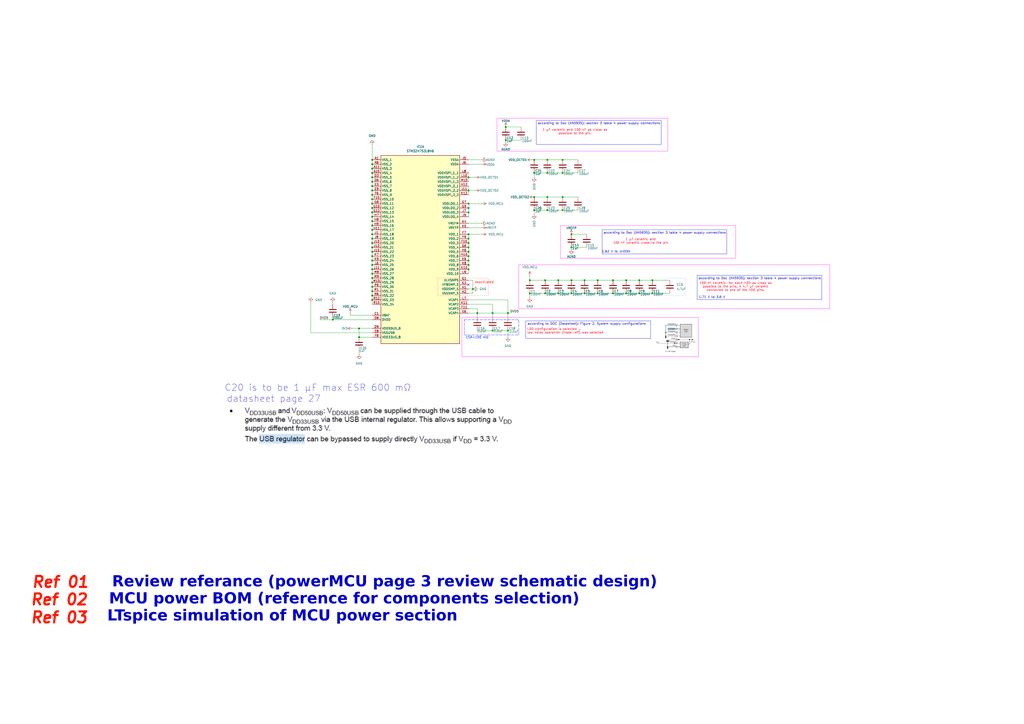
<source format=kicad_sch>
(kicad_sch (version 20231120) (generator "eeschema") (generator_version "8.0")
  (paper "A2")
  (lib_symbols
    (symbol "Device:C" (pin_numbers hide) (pin_names (offset 0.254))
      (property "Reference" "C" (at 0.635 2.54 0))
      (property "Value" "C" (at 0.635 -2.54 0))
      (symbol "C_0_1"
        (polyline (pts (xy -2.032 -0.762) (xy 2.032 -0.762)) (stroke (width 0.508)))
        (polyline (pts (xy -2.032 0.762) (xy 2.032 0.762)) (stroke (width 0.508)))
      )
      (symbol "C_1_1"
        (pin passive line (at 0 3.81 270) (length 2.794) (name "~") (number "1"))
        (pin passive line (at 0 -3.81 90) (length 2.794) (name "~") (number "2"))
      )
    )
    (symbol "MCUdivisions:STM32H7S3L8H6"
      (property "Reference" "IC" (at 17.272 7.874 0))
      (property "Value" "STM32H7S3L8H6" (at 17.272 5.334 0))
      (symbol "STM32H7S3L8H6_1_1"
        (rectangle (start 5.08 2.54) (end 50.8 -106.68) (stroke (width 0.254)) (fill (type background)))
        (pin passive line (at 0 0 0) (length 5.08) (name "VSS_1") (number "A1"))
        (pin passive line (at 0 -5.08 0) (length 5.08) (name "VSS_3") (number "A11"))
        (pin passive line (at 0 -7.62 0) (length 5.08) (name "VSS_4") (number "A15"))
        (pin passive line (at 0 -2.54 0) (length 5.08) (name "VSS_2") (number "A8"))
        (pin passive line (at 0 -90.17 0) (length 5.08) (name "VBAT") (number "C1"))
        (pin passive line (at 0 -10.16 0) (length 5.08) (name "VSS_5") (number "D3"))
        (pin passive line (at 0 -12.7 0) (length 5.08) (name "VSS_6") (number "D6"))
        (pin passive line (at 0 -92.71 0) (length 5.08) (name "DVDD") (number "D8"))
        (pin passive line (at 0 -97.79 0) (length 5.08) (name "VDD50US_B") (number "D9"))
        (pin passive line (at 0 -15.24 0) (length 5.08) (name "VSS_7") (number "E3"))
        (pin passive line (at 55.88 -88.9 180) (length 5.08) (name "VCAP4") (number "E6"))
        (pin passive line (at 0 -100.33 0) (length 5.08) (name "VSSUSB") (number "E8"))
        (pin passive line (at 0 -17.78 0) (length 5.08) (name "VSS_8") (number "E9"))
        (pin passive line (at 55.88 -48.26 180) (length 5.08) (name "VDD_3") (number "F10"))
        (pin passive line (at 55.88 -86.36 180) (length 5.08) (name "VCAP3") (number "F11"))
        (pin passive line (at 0 -22.86 0) (length 5.08) (name "VSS_10") (number "F15"))
        (pin passive line (at 0 -20.32 0) (length 5.08) (name "VSS_9") (number "F6"))
        (pin passive line (at 55.88 -43.18 180) (length 5.08) (name "VDD_1") (number "F7"))
        (pin passive line (at 0 -102.87 0) (length 5.08) (name "VDD33US_B") (number "F8"))
        (pin passive line (at 55.88 -45.72 180) (length 5.08) (name "VDD_2") (number "F9"))
        (pin passive line (at 55.88 -69.85 180) (length 5.08) (name "VLXSMPS") (number "G1"))
        (pin passive line (at 0 -27.94 0) (length 5.08) (name "VSS_12") (number "G10"))
        (pin passive line (at 0 -30.48 0) (length 5.08) (name "VSS_13") (number "G12"))
        (pin passive line (at 55.88 -72.39 180) (length 5.08) (name "VFBSMP_S") (number "G2"))
        (pin passive line (at 55.88 -50.8 180) (length 5.08) (name "VDD_4") (number "G6"))
        (pin passive line (at 55.88 -25.4 180) (length 5.08) (name "VDDLDO_1") (number "G7"))
        (pin passive line (at 0 -25.4 0) (length 5.08) (name "VSS_11") (number "G8"))
        (pin passive line (at 55.88 -27.94 180) (length 5.08) (name "VDDLDO_2") (number "G9"))
        (pin passive line (at 55.88 -74.93 180) (length 5.08) (name "VDDSMP_S") (number "H1"))
        (pin passive line (at 55.88 -55.88 180) (length 5.08) (name "VDD_6") (number "H10"))
        (pin passive line (at 0 -40.64 0) (length 5.08) (name "VSS_17") (number "H11"))
        (pin passive line (at 55.88 -15.24 180) (length 5.08) (name "VDDXSPI_2_1") (number "H12"))
        (pin passive line (at 55.88 -77.47 180) (length 5.08) (name "VSSSMP_S") (number "H2"))
        (pin passive line (at 55.88 -53.34 180) (length 5.08) (name "VDD_5") (number "H6"))
        (pin passive line (at 0 -33.02 0) (length 5.08) (name "VSS_14") (number "H7"))
        (pin passive line (at 0 -35.56 0) (length 5.08) (name "VSS_15") (number "H8"))
        (pin passive line (at 0 -38.1 0) (length 5.08) (name "VSS_16") (number "H9"))
        (pin passive line (at 0 -43.18 0) (length 5.08) (name "VSS_18") (number "J1"))
        (pin passive line (at 0 -48.26 0) (length 5.08) (name "VSS_20") (number "J10"))
        (pin passive line (at 55.88 -17.78 180) (length 5.08) (name "VDDXSPI_2_2") (number "J11"))
        (pin passive line (at 0 -50.8 0) (length 5.08) (name "VSS_21") (number "J12"))
        (pin passive line (at 0 -53.34 0) (length 5.08) (name "VSS_22") (number "J15"))
        (pin passive line (at 55.88 0 180) (length 5.08) (name "VSSA") (number "J5"))
        (pin passive line (at 55.88 -2.54 180) (length 5.08) (name "VDDA") (number "J6"))
        (pin passive line (at 55.88 -30.48 180) (length 5.08) (name "VDDLDO_3") (number "J7"))
        (pin passive line (at 0 -45.72 0) (length 5.08) (name "VSS_19") (number "J8"))
        (pin passive line (at 55.88 -33.02 180) (length 5.08) (name "VDDLDO_4") (number "J9"))
        (pin passive line (at 55.88 -63.5 180) (length 5.08) (name "VDD_9") (number "K10"))
        (pin passive line (at 55.88 -83.82 180) (length 5.08) (name "VCAP2") (number "K11"))
        (pin passive line (at 55.88 -20.32 180) (length 5.08) (name "VDDXSPI_2_3") (number "K12"))
        (pin passive line (at 55.88 -36.83 180) (length 5.08) (name "VREFM") (number "K4"))
        (pin passive line (at 55.88 -39.37 180) (length 5.08) (name "VREFP") (number "K5"))
        (pin passive line (at 55.88 -58.42 180) (length 5.08) (name "VDD_7") (number "K6"))
        (pin passive line (at 0 -55.88 0) (length 5.08) (name "VSS_23") (number "K7"))
        (pin passive line (at 55.88 -60.96 180) (length 5.08) (name "VDD_8") (number "K8"))
        (pin passive line (at 0 -58.42 0) (length 5.08) (name "VSS_24") (number "K9"))
        (pin passive line (at 55.88 -10.16 180) (length 5.08) (name "VDDXSPI_1_2") (number "L10"))
        (pin passive line (at 0 -63.5 0) (length 5.08) (name "VSS_26") (number "L11"))
        (pin passive line (at 0 -60.96 0) (length 5.08) (name "VSS_25") (number "L6"))
        (pin passive line (at 55.88 -81.28 180) (length 5.08) (name "VCAP1") (number "L7"))
        (pin passive line (at 55.88 -7.62 180) (length 5.08) (name "VDDXSPI_1_1") (number "L8"))
        (pin passive line (at 55.88 -66.04 180) (length 5.08) (name "VDD_10") (number "L9"))
        (pin passive line (at 55.88 -12.7 180) (length 5.08) (name "VDDXSPI_1_3") (number "M10"))
        (pin passive line (at 0 -71.12 0) (length 5.08) (name "VSS_29") (number "M15"))
        (pin passive line (at 0 -66.04 0) (length 5.08) (name "VSS_27") (number "M8"))
        (pin passive line (at 0 -68.58 0) (length 5.08) (name "VSS_28") (number "M9"))
        (pin passive line (at 0 -73.66 0) (length 5.08) (name "VSS_30") (number "P9"))
        (pin passive line (at 0 -76.2 0) (length 5.08) (name "VSS_31") (number "R1"))
        (pin passive line (at 0 -81.28 0) (length 5.08) (name "VSS_33") (number "R12"))
        (pin passive line (at 0 -83.82 0) (length 5.08) (name "VSS_34") (number "R15"))
        (pin passive line (at 0 -78.74 0) (length 5.08) (name "VSS_32") (number "R6"))
      )
      (symbol "STM32H7S3L8H6_2_1"
        (rectangle (start 5.08 115.57) (end 50.8 -12.7) (stroke (width 0.254)) (fill (type background)))
        (pin passive line (at 55.88 106.68 180) (length 5.08) (name "PD3") (number "A12"))
        (pin passive line (at 55.88 35.56 180) (length 5.08) (name "PE14") (number "A13"))
        (pin passive line (at 55.88 109.22 180) (length 5.08) (name "PD2") (number "A14"))
        (pin passive line (at 55.88 71.12 180) (length 5.08) (name "PE0") (number "A2"))
        (pin passive line (at 55.88 20.32 180) (length 5.08) (name "PF3") (number "A3"))
        (pin passive line (at 55.88 22.86 180) (length 5.08) (name "PF2") (number "A4"))
        (pin passive line (at 0 50.8 0) (length 5.08) (name "PB8") (number "B1"))
        (pin passive line (at 55.88 38.1 180) (length 5.08) (name "PE13") (number "B12"))
        (pin passive line (at 55.88 111.76 180) (length 5.08) (name "PD1") (number "B13"))
        (pin passive line (at 0 2.54 0) (length 5.08) (name "PC10") (number "B14"))
        (pin passive line (at 0 0 0) (length 5.08) (name "PC11") (number "B15"))
        (pin passive line (at 55.88 66.04 180) (length 5.08) (name "PE2") (number "B2"))
        (pin passive line (at 0 58.42 0) (length 5.08) (name "PB5") (number "B3"))
        (pin passive line (at 55.88 17.78 180) (length 5.08) (name "PF4") (number "B4"))
        (pin passive line (at 55.88 27.94 180) (length 5.08) (name "PF0") (number "B5"))
        (pin passive line (at 55.88 96.52 180) (length 5.08) (name "PD7") (number "B6"))
        (pin passive line (at 55.88 104.14 180) (length 5.08) (name "PD4") (number "C11"))
        (pin passive line (at 55.88 43.18 180) (length 5.08) (name "PE11") (number "C12"))
        (pin passive line (at 55.88 114.3 180) (length 5.08) (name "PD0") (number "C13"))
        (pin passive line (at 0 83.82 0) (length 5.08) (name "PA12") (number "C14"))
        (pin passive line (at 0 86.36 0) (length 5.08) (name "PA11") (number "C15"))
        (pin passive line (at 0 48.26 0) (length 5.08) (name "PB9") (number "C2"))
        (pin passive line (at 55.88 68.58 180) (length 5.08) (name "PE1") (number "C3"))
        (pin passive line (at 0 63.5 0) (length 5.08) (name "PB3") (number "C4"))
        (pin passive line (at 55.88 25.4 180) (length 5.08) (name "PF1") (number "C5"))
        (pin passive line (at 0 -10.16 0) (length 5.08) (name "PC15-_OSC32_O_UT") (number "D1"))
        (pin passive line (at 55.88 33.02 180) (length 5.08) (name "PE15") (number "D11"))
        (pin passive line (at 0 -2.54 0) (length 5.08) (name "PC12") (number "D12"))
        (pin passive line (at 0 78.74 0) (length 5.08) (name "PA14") (number "D13"))
        (pin passive line (at 0 91.44 0) (length 5.08) (name "PA9") (number "D14"))
        (pin passive line (at 0 7.62 0) (length 5.08) (name "PC8") (number "D15"))
        (pin passive line (at 0 -7.62 0) (length 5.08) (name "PC14-_OSC32_I_N") (number "D2"))
        (pin passive line (at 0 53.34 0) (length 5.08) (name "PB7") (number "D4"))
        (pin passive line (at 0 60.96 0) (length 5.08) (name "PB4") (number "D5"))
        (pin passive line (at 55.88 101.6 180) (length 5.08) (name "PD5") (number "D7"))
        (pin passive line (at 55.88 55.88 180) (length 5.08) (name "PE6") (number "E1"))
        (pin passive line (at 55.88 40.64 180) (length 5.08) (name "PE12") (number "E11"))
        (pin passive line (at 0 81.28 0) (length 5.08) (name "PA13") (number "E12"))
        (pin passive line (at 0 88.9 0) (length 5.08) (name "PA10") (number "E13"))
        (pin passive line (at 0 5.08 0) (length 5.08) (name "PC9") (number "E14"))
        (pin passive line (at 0 12.7 0) (length 5.08) (name "PC6") (number "E15"))
        (pin passive line (at 55.88 60.96 180) (length 5.08) (name "PE4") (number "E2"))
        (pin passive line (at 0 -5.08 0) (length 5.08) (name "PC13") (number "E4"))
        (pin passive line (at 0 55.88 0) (length 5.08) (name "PB6") (number "E5"))
        (pin passive line (at 55.88 99.06 180) (length 5.08) (name "PD6") (number "E7"))
        (pin passive line (at 0 93.98 0) (length 5.08) (name "PA8") (number "F12"))
        (pin passive line (at 0 10.16 0) (length 5.08) (name "PC7") (number "F13"))
        (pin passive line (at 55.88 58.42 180) (length 5.08) (name "PE5") (number "F4"))
        (pin passive line (at 55.88 63.5 180) (length 5.08) (name "PE3") (number "F5"))
        (pin passive line (at 0 76.2 0) (length 5.08) (name "PA15") (number "G11"))
        (pin passive line (at 55.88 15.24 180) (length 5.08) (name "PF5") (number "G3"))
        (pin passive line (at 55.88 7.62 180) (length 5.08) (name "PF8") (number "H3"))
        (pin passive line (at 55.88 10.16 180) (length 5.08) (name "PF7") (number "H4"))
        (pin passive line (at 55.88 12.7 180) (length 5.08) (name "PF6") (number "H5"))
        (pin passive line (at 55.88 5.08 180) (length 5.08) (name "PF9") (number "J2"))
        (pin passive line (at 57.15 2.54 180) (length 5.08) (name "PF10") (number "J3"))
        (pin passive line (at 0 27.94 0) (length 5.08) (name "PC0") (number "K3"))
        (pin passive line (at 0 25.4 0) (length 5.08) (name "PC1") (number "L1"))
        (pin passive line (at 0 40.64 0) (length 5.08) (name "PB12") (number "L12"))
        (pin passive line (at 55.88 76.2 180) (length 5.08) (name "PD15") (number "L13"))
        (pin passive line (at 55.88 78.74 180) (length 5.08) (name "PD14") (number "L14"))
        (pin passive line (at 0 22.86 0) (length 5.08) (name "PC2") (number "L2"))
        (pin passive line (at 0 20.32 0) (length 5.08) (name "PC3") (number "L3"))
        (pin passive line (at 0 109.22 0) (length 5.08) (name "PA2") (number "L4"))
        (pin passive line (at 0 17.78 0) (length 5.08) (name "PC4") (number "L5"))
        (pin passive line (at 0 114.3 0) (length 5.08) (name "PA0") (number "M1"))
        (pin passive line (at 55.88 93.98 180) (length 5.08) (name "PD8") (number "M11"))
        (pin passive line (at 55.88 86.36 180) (length 5.08) (name "PD11") (number "M12"))
        (pin passive line (at 0 35.56 0) (length 5.08) (name "PB14") (number "M13"))
        (pin passive line (at 0 33.02 0) (length 5.08) (name "PB15") (number "M14"))
        (pin passive line (at 0 111.76 0) (length 5.08) (name "PA1") (number "M2"))
        (pin passive line (at 0 104.14 0) (length 5.08) (name "PA4") (number "M3"))
        (pin passive line (at 0 96.52 0) (length 5.08) (name "PA7") (number "M4"))
        (pin passive line (at 57.15 0 180) (length 5.08) (name "PF11") (number "M5"))
        (pin passive line (at 55.88 53.34 180) (length 5.08) (name "PE7") (number "M6"))
        (pin passive line (at 0 106.68 0) (length 5.08) (name "PA3") (number "N1"))
        (pin passive line (at 55.88 83.82 180) (length 5.08) (name "PD12") (number "N13"))
        (pin passive line (at 0 43.18 0) (length 5.08) (name "PB11") (number "N14"))
        (pin passive line (at 0 38.1 0) (length 5.08) (name "PB13") (number "N15"))
        (pin passive line (at 0 101.6 0) (length 5.08) (name "PA5") (number "N2"))
        (pin passive line (at 0 15.24 0) (length 5.08) (name "PC5") (number "N3"))
        (pin passive line (at 0 66.04 0) (length 5.08) (name "PB2") (number "N4"))
        (pin passive line (at 57.15 -10.16 180) (length 5.08) (name "PF15") (number "N5"))
        (pin passive line (at 0 99.06 0) (length 5.08) (name "PA6") (number "P1"))
        (pin passive line (at 55.88 91.44 180) (length 5.08) (name "PD9") (number "P13"))
        (pin passive line (at 55.88 81.28 180) (length 5.08) (name "PD13") (number "P14"))
        (pin passive line (at 0 45.72 0) (length 5.08) (name "PB10") (number "P15"))
        (pin passive line (at 0 71.12 0) (length 5.08) (name "PB0") (number "P2"))
        (pin passive line (at 57.15 -5.08 180) (length 5.08) (name "PF13") (number "P3"))
        (pin passive line (at 57.15 -7.62 180) (length 5.08) (name "PF14") (number "P4"))
        (pin passive line (at 55.88 48.26 180) (length 5.08) (name "PE9") (number "P5"))
        (pin passive line (at 55.88 88.9 180) (length 5.08) (name "PD10") (number "R14"))
        (pin passive line (at 0 68.58 0) (length 5.08) (name "PB1") (number "R2"))
        (pin passive line (at 57.15 -2.54 180) (length 5.08) (name "PF12") (number "R3"))
        (pin passive line (at 55.88 50.8 180) (length 5.08) (name "PE8") (number "R4"))
        (pin passive line (at 55.88 45.72 180) (length 5.08) (name "PE10") (number "R5"))
      )
      (symbol "STM32H7S3L8H6_3_1"
        (rectangle (start 5.08 2.54) (end 50.8 -83.82) (stroke (width 0.254)) (fill (type background)))
        (pin passive line (at 0 -60.96 0) (length 5.08) (name "PM3") (number "A10"))
        (pin passive line (at 0 -10.16 0) (length 5.08) (name "PG3") (number "A5"))
        (pin passive line (at 0 1.27 0) (length 5.08) (name "BOOT0") (number "A6"))
        (pin passive line (at 0 -76.2 0) (length 5.08) (name "PM12") (number "A7"))
        (pin passive line (at 0 -66.04 0) (length 5.08) (name "PM6") (number "A9"))
        (pin passive line (at 0 -58.42 0) (length 5.08) (name "PM2") (number "B10"))
        (pin passive line (at 0 -2.54 0) (length 5.08) (name "PG0") (number "B11"))
        (pin passive line (at 0 -73.66 0) (length 5.08) (name "PM11") (number "B7"))
        (pin passive line (at 0 -71.12 0) (length 5.08) (name "PM9") (number "B8"))
        (pin passive line (at 0 -63.5 0) (length 5.08) (name "PM5") (number "B9"))
        (pin passive line (at 0 -55.88 0) (length 5.08) (name "PM1") (number "C10"))
        (pin passive line (at 0 -7.62 0) (length 5.08) (name "PG2") (number "C6"))
        (pin passive line (at 0 -78.74 0) (length 5.08) (name "PM13") (number "C7"))
        (pin passive line (at 0 -81.28 0) (length 5.08) (name "PM14") (number "C8"))
        (pin passive line (at 0 -68.58 0) (length 5.08) (name "PM8") (number "C9"))
        (pin passive line (at 0 -53.34 0) (length 5.08) (name "PM0") (number "D10"))
        (pin passive line (at 0 -5.08 0) (length 5.08) (name "PG1") (number "E10"))
        (pin passive line (at 0 -38.1 0) (length 5.08) (name "PG14") (number "F1"))
        (pin passive line (at 55.88 -5.08 180) (length 5.08) (name "PN1") (number "F14"))
        (pin passive line (at 0 -33.02 0) (length 5.08) (name "PG12") (number "F2"))
        (pin passive line (at 0 -30.48 0) (length 5.08) (name "PG11") (number "F3"))
        (pin passive line (at 55.88 -10.16 180) (length 5.08) (name "PN3") (number "G13"))
        (pin passive line (at 55.88 -2.54 180) (length 5.08) (name "PN0") (number "G14"))
        (pin passive line (at 55.88 -30.48 180) (length 5.08) (name "PN11") (number "G15"))
        (pin passive line (at 0 -40.64 0) (length 5.08) (name "PG15") (number "G4"))
        (pin passive line (at 0 -35.56 0) (length 5.08) (name "PG13") (number "G5"))
        (pin passive line (at 55.88 -27.94 180) (length 5.08) (name "PN10") (number "H13"))
        (pin passive line (at 55.88 -25.4 180) (length 5.08) (name "PN9") (number "H14"))
        (pin passive line (at 55.88 -7.62 180) (length 5.08) (name "PN2") (number "H15"))
        (pin passive line (at 55.88 -20.32 180) (length 5.08) (name "PN7") (number "J13"))
        (pin passive line (at 55.88 -17.78 180) (length 5.08) (name "PN6") (number "J14"))
        (pin passive line (at 55.88 1.27 180) (length 5.08) (name "NRST") (number "J4"))
        (pin passive line (at 0 -45.72 0) (length 5.08) (name "PH0-_OSC_IN") (number "K1"))
        (pin passive line (at 55.88 -22.86 180) (length 5.08) (name "PN8") (number "K13"))
        (pin passive line (at 55.88 -12.7 180) (length 5.08) (name "PN4") (number "K14"))
        (pin passive line (at 55.88 -15.24 180) (length 5.08) (name "PN5") (number "K15"))
        (pin passive line (at 0 -48.26 0) (length 5.08) (name "PH1-_OSC_OU_T") (number "K2"))
        (pin passive line (at 55.88 -33.02 180) (length 5.08) (name "PN12") (number "L15"))
        (pin passive line (at 0 -17.78 0) (length 5.08) (name "PG6") (number "M7"))
        (pin passive line (at 55.88 -53.34 180) (length 5.08) (name "PP0") (number "N10"))
        (pin passive line (at 55.88 -71.12 180) (length 5.08) (name "PP7") (number "N11"))
        (pin passive line (at 55.88 -38.1 180) (length 5.08) (name "PO0") (number "N12"))
        (pin passive line (at 0 -12.7 0) (length 5.08) (name "PG4") (number "N6"))
        (pin passive line (at 0 -20.32 0) (length 5.08) (name "PG7") (number "N7"))
        (pin passive line (at 55.88 -58.42 180) (length 5.08) (name "PP2") (number "N8"))
        (pin passive line (at 55.88 -60.96 180) (length 5.08) (name "PP3") (number "N9"))
        (pin passive line (at 55.88 -66.04 180) (length 5.08) (name "PP5") (number "P10"))
        (pin passive line (at 55.88 -43.18 180) (length 5.08) (name "PO2") (number "P11"))
        (pin passive line (at 55.88 -55.88 180) (length 5.08) (name "PP1") (number "P12"))
        (pin passive line (at 0 -15.24 0) (length 5.08) (name "PG5") (number "P6"))
        (pin passive line (at 0 -22.86 0) (length 5.08) (name "PG8") (number "P7"))
        (pin passive line (at 55.88 -40.64 180) (length 5.08) (name "PO1") (number "P8"))
        (pin passive line (at 55.88 -45.72 180) (length 5.08) (name "PO4") (number "R10"))
        (pin passive line (at 55.88 -68.58 180) (length 5.08) (name "PP6") (number "R11"))
        (pin passive line (at 0 -27.94 0) (length 5.08) (name "PG10") (number "R13"))
        (pin passive line (at 0 -25.4 0) (length 5.08) (name "PG9") (number "R7"))
        (pin passive line (at 55.88 -63.5 180) (length 5.08) (name "PP4") (number "R8"))
        (pin passive line (at 55.88 -48.26 180) (length 5.08) (name "PO5") (number "R9"))
      )
    )
    (symbol "power:GND" (power) (pin_numbers hide) (pin_names (offset 0) hide)
      (property "Value" "GND" (at 0 -3.81 0))
      (symbol "GND_0_1"
        (polyline (pts (xy 0 0) (xy 0 -1.27) (xy 1.27 -1.27) (xy 0 -2.54) (xy -1.27 -1.27) (xy 0 -1.27)))
      )
      (symbol "GND_1_1"
        (pin power_in line (at 0 0 270) (length 0) (name "~") (number "1"))
      )
    )
    (symbol "power:VDD" (power) (pin_numbers hide) (pin_names (offset 0) hide)
      (property "Value" "VDD" (at 0 3.556 0))
      (symbol "VDD_0_1"
        (polyline (pts (xy -0.762 1.27) (xy 0 2.54)))
        (polyline (pts (xy 0 0) (xy 0 2.54)))
        (polyline (pts (xy 0 2.54) (xy 0.762 1.27)))
      )
      (symbol "VDD_1_1"
        (pin power_in line (at 0 0 90) (length 0) (name "~") (number "1"))
      )
    )
  )
  (junction (at 339.09 170.18))
  (junction (at 271.78 146.05))
  (junction (at 215.9 143.51))
  (junction (at 215.9 107.95))
  (junction (at 355.6 162.56))
  (junction (at 293.37 73.66))
  (junction (at 215.9 128.27))
  (junction (at 215.9 166.37))
  (junction (at 294.64 181.61))
  (junction (at 215.9 115.57))
  (junction (at 293.37 81.28))
  (junction (at 271.78 123.19))
  (junction (at 378.46 162.56))
  (junction (at 271.78 118.11))
  (junction (at 317.5 114.3))
  (junction (at 193.04 185.42))
  (junction (at 271.78 120.65))
  (junction (at 215.9 156.21))
  (junction (at 317.5 92.71))
  (junction (at 215.9 113.03))
  (junction (at 215.9 100.33))
  (junction (at 307.34 170.18))
  (junction (at 323.85 162.56))
  (junction (at 271.78 110.49))
  (junction (at 215.9 135.89))
  (junction (at 215.9 92.71))
  (junction (at 215.9 110.49))
  (junction (at 355.6 170.18))
  (junction (at 215.9 138.43))
  (junction (at 378.46 170.18))
  (junction (at 363.22 170.18))
  (junction (at 271.78 151.13))
  (junction (at 215.9 153.67))
  (junction (at 316.23 170.18))
  (junction (at 307.34 162.56))
  (junction (at 215.9 97.79))
  (junction (at 271.78 135.89))
  (junction (at 326.39 121.92))
  (junction (at 363.22 162.56))
  (junction (at 326.39 114.3))
  (junction (at 215.9 95.25))
  (junction (at 370.84 170.18))
  (junction (at 208.28 190.5))
  (junction (at 271.78 156.21))
  (junction (at 331.47 170.18))
  (junction (at 215.9 130.81))
  (junction (at 294.64 191.77))
  (junction (at 346.71 170.18))
  (junction (at 215.9 123.19))
  (junction (at 271.78 102.87))
  (junction (at 271.78 153.67))
  (junction (at 285.75 181.61))
  (junction (at 317.5 100.33))
  (junction (at 276.86 181.61))
  (junction (at 346.71 162.56))
  (junction (at 285.75 191.77))
  (junction (at 331.47 143.51))
  (junction (at 215.9 125.73))
  (junction (at 271.78 140.97))
  (junction (at 323.85 170.18))
  (junction (at 309.88 121.92))
  (junction (at 309.88 100.33))
  (junction (at 215.9 133.35))
  (junction (at 215.9 146.05))
  (junction (at 370.84 162.56))
  (junction (at 331.47 162.56))
  (junction (at 215.9 173.99))
  (junction (at 215.9 161.29))
  (junction (at 215.9 168.91))
  (junction (at 208.28 195.58))
  (junction (at 326.39 92.71))
  (junction (at 215.9 120.65))
  (junction (at 271.78 148.59))
  (junction (at 309.88 114.3))
  (junction (at 215.9 158.75))
  (junction (at 215.9 148.59))
  (junction (at 317.5 121.92))
  (junction (at 215.9 171.45))
  (junction (at 215.9 140.97))
  (junction (at 215.9 163.83))
  (junction (at 339.09 162.56))
  (junction (at 215.9 102.87))
  (junction (at 326.39 100.33))
  (junction (at 215.9 105.41))
  (junction (at 316.23 162.56))
  (junction (at 215.9 151.13))
  (junction (at 331.47 135.89))
  (junction (at 215.9 118.11))
  (junction (at 271.78 143.51))
  (junction (at 271.78 138.43))
  (junction (at 274.32 167.64))
  (junction (at 309.88 92.71))
  (no_connect (at 271.78 165.1))
  (wire (pts (xy 193.04 175.26) (xy 193.04 176.53)))
  (wire (pts (xy 275.59 110.49) (xy 271.78 110.49)))
  (wire (pts (xy 331.47 144.78) (xy 331.47 143.51)))
  (wire (pts (xy 271.78 167.64) (xy 274.32 167.64)))
  (wire (pts (xy 271.78 170.18) (xy 274.32 170.18)))
  (wire (pts (xy 326.39 114.3) (xy 335.28 114.3)))
  (wire (pts (xy 215.9 140.97) (xy 215.9 143.51)))
  (wire (pts (xy 294.64 173.99) (xy 294.64 181.61)))
  (wire (pts (xy 215.9 158.75) (xy 215.9 161.29)))
  (wire (pts (xy 317.5 100.33) (xy 326.39 100.33)))
  (wire (pts (xy 279.4 92.71) (xy 271.78 92.71)))
  (wire (pts (xy 378.46 162.56) (xy 388.62 162.56)))
  (wire (pts (xy 215.9 190.5) (xy 208.28 190.5)))
  (wire (pts (xy 271.78 156.21) (xy 271.78 158.75)))
  (wire (pts (xy 317.5 92.71) (xy 326.39 92.71)))
  (wire (pts (xy 285.75 181.61) (xy 285.75 184.15)))
  (wire (pts (xy 307.34 172.72) (xy 307.34 170.18)))
  (wire (pts (xy 293.37 73.66) (xy 302.26 73.66)))
  (wire (pts (xy 215.9 128.27) (xy 215.9 130.81)))
  (wire (pts (xy 215.9 173.99) (xy 215.9 176.53)))
  (wire (pts (xy 215.9 120.65) (xy 215.9 123.19)))
  (wire (pts (xy 323.85 170.18) (xy 331.47 170.18)))
  (wire (pts (xy 271.78 153.67) (xy 271.78 156.21)))
  (wire (pts (xy 308.61 92.71) (xy 309.88 92.71)))
  (wire (pts (xy 215.9 156.21) (xy 215.9 158.75)))
  (wire (pts (xy 215.9 130.81) (xy 215.9 133.35)))
  (wire (pts (xy 307.34 170.18) (xy 316.23 170.18)))
  (wire (pts (xy 309.88 121.92) (xy 317.5 121.92)))
  (wire (pts (xy 215.9 118.11) (xy 215.9 120.65)))
  (wire (pts (xy 276.86 191.77) (xy 285.75 191.77)))
  (wire (pts (xy 274.32 167.64) (xy 274.32 170.18)))
  (wire (pts (xy 309.88 124.46) (xy 309.88 121.92)))
  (wire (pts (xy 309.88 114.3) (xy 317.5 114.3)))
  (wire (pts (xy 271.78 146.05) (xy 271.78 148.59)))
  (wire (pts (xy 271.78 143.51) (xy 271.78 146.05)))
  (wire (pts (xy 276.86 181.61) (xy 276.86 184.15)))
  (wire (pts (xy 293.37 82.55) (xy 293.37 81.28)))
  (wire (pts (xy 271.78 120.65) (xy 271.78 123.19)))
  (wire (pts (xy 180.34 175.26) (xy 180.34 193.04)))
  (wire (pts (xy 355.6 162.56) (xy 363.22 162.56)))
  (wire (pts (xy 355.6 170.18) (xy 363.22 170.18)))
  (wire (pts (xy 331.47 170.18) (xy 339.09 170.18)))
  (wire (pts (xy 271.78 123.19) (xy 271.78 125.73)))
  (wire (pts (xy 293.37 81.28) (xy 302.26 81.28)))
  (wire (pts (xy 276.86 181.61) (xy 285.75 181.61)))
  (wire (pts (xy 307.34 160.02) (xy 307.34 162.56)))
  (wire (pts (xy 271.78 181.61) (xy 276.86 181.61)))
  (wire (pts (xy 294.64 191.77) (xy 294.64 195.58)))
  (wire (pts (xy 271.78 135.89) (xy 279.4 135.89)))
  (wire (pts (xy 307.34 162.56) (xy 316.23 162.56)))
  (wire (pts (xy 215.9 171.45) (xy 215.9 173.99)))
  (wire (pts (xy 215.9 161.29) (xy 215.9 163.83)))
  (wire (pts (xy 203.2 182.88) (xy 203.2 181.61)))
  (wire (pts (xy 339.09 170.18) (xy 346.71 170.18)))
  (wire (pts (xy 294.64 181.61) (xy 294.64 184.15)))
  (wire (pts (xy 215.9 153.67) (xy 215.9 156.21)))
  (wire (pts (xy 285.75 191.77) (xy 294.64 191.77)))
  (wire (pts (xy 316.23 162.56) (xy 323.85 162.56)))
  (wire (pts (xy 363.22 170.18) (xy 370.84 170.18)))
  (wire (pts (xy 208.28 205.74) (xy 208.28 203.2)))
  (wire (pts (xy 208.28 190.5) (xy 208.28 195.58)))
  (wire (pts (xy 215.9 105.41) (xy 215.9 107.95)))
  (wire (pts (xy 215.9 133.35) (xy 215.9 135.89)))
  (wire (pts (xy 285.75 176.53) (xy 285.75 181.61)))
  (wire (pts (xy 309.88 102.87) (xy 309.88 100.33)))
  (wire (pts (xy 363.22 162.56) (xy 370.84 162.56)))
  (wire (pts (xy 271.78 151.13) (xy 271.78 153.67)))
  (wire (pts (xy 275.59 102.87) (xy 271.78 102.87)))
  (wire (pts (xy 215.9 135.89) (xy 215.9 138.43)))
  (wire (pts (xy 215.9 95.25) (xy 215.9 97.79)))
  (wire (pts (xy 323.85 162.56) (xy 331.47 162.56)))
  (wire (pts (xy 215.9 102.87) (xy 215.9 105.41)))
  (wire (pts (xy 271.78 173.99) (xy 294.64 173.99)))
  (wire (pts (xy 204.47 190.5) (xy 208.28 190.5)))
  (wire (pts (xy 271.78 162.56) (xy 274.32 162.56)))
  (wire (pts (xy 274.32 162.56) (xy 274.32 167.64)))
  (wire (pts (xy 215.9 185.42) (xy 193.04 185.42)))
  (wire (pts (xy 193.04 185.42) (xy 193.04 184.15)))
  (wire (pts (xy 271.78 118.11) (xy 271.78 120.65)))
  (wire (pts (xy 271.78 179.07) (xy 276.86 179.07)))
  (wire (pts (xy 316.23 170.18) (xy 323.85 170.18)))
  (wire (pts (xy 271.78 140.97) (xy 271.78 143.51)))
  (wire (pts (xy 271.78 135.89) (xy 271.78 138.43)))
  (wire (pts (xy 271.78 176.53) (xy 285.75 176.53)))
  (wire (pts (xy 339.09 162.56) (xy 346.71 162.56)))
  (wire (pts (xy 326.39 121.92) (xy 335.28 121.92)))
  (wire (pts (xy 370.84 170.18) (xy 378.46 170.18)))
  (wire (pts (xy 215.9 107.95) (xy 215.9 110.49)))
  (wire (pts (xy 285.75 181.61) (xy 294.64 181.61)))
  (wire (pts (xy 317.5 121.92) (xy 326.39 121.92)))
  (wire (pts (xy 215.9 92.71) (xy 215.9 95.25)))
  (wire (pts (xy 279.4 95.25) (xy 271.78 95.25)))
  (wire (pts (xy 208.28 195.58) (xy 215.9 195.58)))
  (wire (pts (xy 346.71 162.56) (xy 355.6 162.56)))
  (wire (pts (xy 331.47 143.51) (xy 340.36 143.51)))
  (wire (pts (xy 331.47 135.89) (xy 340.36 135.89)))
  (wire (pts (xy 215.9 146.05) (xy 215.9 148.59)))
  (wire (pts (xy 215.9 151.13) (xy 215.9 153.67)))
  (wire (pts (xy 215.9 83.82) (xy 215.9 92.71)))
  (wire (pts (xy 215.9 113.03) (xy 215.9 115.57)))
  (wire (pts (xy 309.88 92.71) (xy 317.5 92.71)))
  (wire (pts (xy 215.9 123.19) (xy 215.9 125.73)))
  (wire (pts (xy 215.9 110.49) (xy 215.9 113.03)))
  (wire (pts (xy 215.9 97.79) (xy 215.9 100.33)))
  (wire (pts (xy 331.47 162.56) (xy 339.09 162.56)))
  (wire (pts (xy 276.86 179.07) (xy 276.86 181.61)))
  (wire (pts (xy 271.78 138.43) (xy 271.78 140.97)))
  (wire (pts (xy 185.42 185.42) (xy 193.04 185.42)))
  (wire (pts (xy 215.9 138.43) (xy 215.9 140.97)))
  (wire (pts (xy 326.39 100.33) (xy 335.28 100.33)))
  (wire (pts (xy 271.78 107.95) (xy 271.78 110.49)))
  (wire (pts (xy 326.39 92.71) (xy 335.28 92.71)))
  (wire (pts (xy 215.9 100.33) (xy 215.9 102.87)))
  (wire (pts (xy 279.4 129.54) (xy 271.78 129.54)))
  (wire (pts (xy 295.91 181.61) (xy 294.64 181.61)))
  (wire (pts (xy 215.9 125.73) (xy 215.9 128.27)))
  (wire (pts (xy 370.84 162.56) (xy 378.46 162.56)))
  (wire (pts (xy 271.78 110.49) (xy 271.78 113.03)))
  (wire (pts (xy 215.9 182.88) (xy 203.2 182.88)))
  (wire (pts (xy 180.34 193.04) (xy 215.9 193.04)))
  (wire (pts (xy 215.9 143.51) (xy 215.9 146.05)))
  (wire (pts (xy 215.9 115.57) (xy 215.9 118.11)))
  (wire (pts (xy 271.78 148.59) (xy 271.78 151.13)))
  (wire (pts (xy 215.9 163.83) (xy 215.9 166.37)))
  (wire (pts (xy 279.4 132.08) (xy 271.78 132.08)))
  (wire (pts (xy 309.88 100.33) (xy 317.5 100.33)))
  (wire (pts (xy 215.9 148.59) (xy 215.9 151.13)))
  (wire (pts (xy 271.78 102.87) (xy 271.78 105.41)))
  (wire (pts (xy 215.9 168.91) (xy 215.9 171.45)))
  (wire (pts (xy 215.9 166.37) (xy 215.9 168.91)))
  (wire (pts (xy 317.5 114.3) (xy 326.39 114.3)))
  (wire (pts (xy 271.78 100.33) (xy 271.78 102.87)))
  (wire (pts (xy 271.78 118.11) (xy 279.4 118.11)))
  (wire (pts (xy 346.71 170.18) (xy 355.6 170.18)))
  (wire (pts (xy 378.46 170.18) (xy 388.62 170.18)))
  (rectangle (start 300.99 153.67) (end 481.33 179.07) (stroke (width 0) (color 255 4 244 1)))
  (rectangle (start 267.97 184.15) (end 405.13 207.01) (stroke (width 0) (color 255 4 244 1)))
  (rectangle (start 288.29 68.58) (end 387.35 87.63) (stroke (width 0) (color 255 4 244 1)))
  (rectangle (start 254 161.29) (end 283.21 171.45) (stroke (width 0.254) (type dot) (color 255 8 4 1)))
  (rectangle (start 325.12 130.81) (end 426.72 149.86) (stroke (width 0) (color 255 4 244 1)))
  (rectangle (start 269.24 185.42) (end 300.99 194.31) (stroke (width 0) (type dash)))
  (rectangle (start 386.08 161.29) (end 397.51 171.45) (stroke (width 0) (type dot)))
  (image (at 215.9 246.38))
  (image (at 391.16 195.58) (scale 0.147988))
  (text_box "" (at 404.368 159.766 0) (size 72.39 13.97) (effects (font (size 1.27 1.27)) (justify left top)))
  (text_box "" (at 311.15 69.85 0) (size 72.39 13.97) (effects (font (size 1.27 1.27)) (justify left top)))
  (text_box "" (at 305.054 186.182 0) (size 72.39 10.16) (effects (font (size 1.27 1.27)) (justify left top)))
  (text_box "" (at 349.25 133.35 0) (size 72.39 13.97) (effects (font (size 1.27 1.27)) (justify left top)))
  (text "Ref 03\n" (at 17.272 358.394 0) (effects (font (size 6.35 6.35) (thickness 1.27) (bold yes) (italic yes)) (justify left)))
  (text "Ref 02" (at 17.272 347.98 0) (effects (font (size 6.35 6.35) (thickness 1.27) (bold yes) (italic yes)) (justify left)))
  (text "according to Doc (AN5935): section 3 table 4 power supply connections " (at 386.08 135.128 0) (effects (font (size 1.27 1.27))))
  (text "1.71 V to 3.6 V" (at 413.004 172.466 0) (effects (font (size 1.27 1.27))))
  (text "MCU power BOM (reference for components selection) " (at 63.246 349.25 0) (effects (font (size 6.35 6.35) (italic yes)) (justify left)))
  (text "Review referance (powerMCU page 3 review schematic design)" (at 65.024 339.344 0) (effects (font (size 6.35 6.35) (italic yes)) (justify left)))
  (text "C20 is to be 1 μF max ESR 600 mΩ" (at 184.404 225.044 0) (effects (font (size 3.81 3.81))))
  (text "according to Doc (AN5935): section 3 table 4 power supply connections " (at 347.98 71.628 0) (effects (font (size 1.27 1.27))))
  (text "according to DOC (Datasheet): Figure 2. System supply configurations\n" (at 340.36 187.96 0) (effects (font (size 1.27 1.27))))
  (text "Ref 01" (at 18.034 337.82 0) (effects (font (size 6.35 6.35) (thickness 1.27) (bold yes) (italic yes)) (justify left)))
  (text "datasheet page 27" (at 158.75 231.394 0) (effects (font (size 3.81 3.81))))
  (text " ESR<100 mΩ" (at 276.352 195.834 0) (effects (font (size 1.27 1.27))))
  (text "1.62 V to ≤VDDA \n" (at 357.886 146.05 0) (effects (font (size 1.27 1.27))))
  (text "deactivated " (at 281.432 163.83 0) (effects (font (size 1.27 1.27))))
  (text "1 μF ceramic and 100 nF as close as\npossible to the pin." (at 333.502 76.454 0) (effects (font (size 1.27 1.27))))
  (text "LDO configuration is selected ..\nlow noise operation (trade-off) was selected" (at 305.816 193.802 0) (effects (font (size 1.27 1.27)) (justify left bottom)))
  (text "LTspice simulation of MCU power section " (at 62.23 359.156 0) (effects (font (size 6.35 6.35) (italic yes)) (justify left)))
  (text "100 nF ceramic, for each VDD as close as\npossible to the pins. A 4.7 μF ceramic\nconnected to one of the VDD pins." (at 426.72 166.37 0) (effects (font (size 1.27 1.27))))
  (text "1 μF ceramic and\n100 nF ceramic close to the pin\n" (at 371.602 139.954 0) (effects (font (size 1.27 1.27))))
  (text "according to Doc (AN5935): section 3 table 4 power supply connections " (at 441.198 161.544 0) (effects (font (size 1.27 1.27))))
  (label "DVDD" (at 295.91 181.61 0))
  (label "DVDD" (at 185.42 185.42 0))
  (symbol (lib_id "power:VDD") (at 279.4 118.11 270) (unit 1)
    (property "Reference" "#PWR04" (effects (hide yes)))
    (property "Value" "VDD_MCU" (at 283.21 118.1099 90) (effects (justify left)))
    (property "Description" "Power symbol creates a global label with name \"VDD\"" (effects (hide yes)))
  )
  (symbol (lib_id "power:VDD") (at 331.47 135.89 0) (unit 1)
    (property "Reference" "#PWR011" (effects (hide yes)))
    (property "Value" "VREFP" (at 331.47 132.334 0))
    (property "Description" "Power symbol creates a global label with name \"VDD\"" (effects (hide yes)))
  )
  (symbol (lib_id "power:GND") (at 309.88 102.87 0) (unit 1)
    (property "Reference" "#PWR023" (effects (hide yes)))
    (property "Value" "GND" (at 309.88 108.204 90))
    (property "Description" "Power symbol creates a global label with name \"GND\" , ground" (effects (hide yes)))
  )
  (symbol (lib_id "power:VDD") (at 293.37 73.66 0) (unit 1)
    (property "Reference" "#PWR08" (effects (hide yes)))
    (property "Value" "VDDA" (at 293.37 70.104 0))
    (property "Description" "Power symbol creates a global label with name \"VDD\"" (effects (hide yes)))
  )
  (symbol (lib_id "power:VDD") (at 204.47 190.5 90) (unit 1)
    (property "Reference" "#PWR020" (effects (hide yes)))
    (property "Value" "3V3" (at 199.898 190.5 90))
    (property "Description" "Power symbol creates a global label with name \"VDD\"" (effects (hide yes)))
  )
  (symbol (lib_id "power:GND") (at 193.04 175.26 180) (unit 1)
    (property "Reference" "#PWR018" (effects (hide yes)))
    (property "Value" "GND" (at 193.04 170.18 0))
    (property "Description" "Power symbol creates a global label with name \"GND\" , ground" (effects (hide yes)))
  )
  (symbol (lib_id "power:GND") (at 208.28 205.74 0) (unit 1)
    (property "Reference" "#PWR019" (effects (hide yes)))
    (property "Value" "GND" (at 208.28 210.82 0))
    (property "Description" "Power symbol creates a global label with name \"GND\" , ground" (effects (hide yes)))
  )
  (symbol (lib_id "Device:C") (at 331.47 166.37 0) (unit 1)
    (property "Reference" "C4" (at 331.978 168.91 0) (effects (justify left)))
    (property "Value" "100nF" (at 331.978 170.6881 0) (effects (justify left)))
    (property "Description" "Unpolarized capacitor" (effects (hide yes)))
  )
  (symbol (lib_id "Device:C") (at 326.39 96.52 0) (unit 1)
    (property "Reference" "C24" (at 326.898 99.06 0) (effects (justify left)))
    (property "Value" "100uF" (at 326.898 100.8381 0) (effects (justify left)))
    (property "Description" "Unpolarized capacitor" (effects (hide yes)))
  )
  (symbol (lib_id "Device:C") (at 307.34 166.37 0) (unit 1)
    (property "Reference" "C1" (at 307.848 168.91 0) (effects (justify left)))
    (property "Value" "100nF" (at 307.848 170.6881 0) (effects (justify left)))
    (property "Description" "Unpolarized capacitor" (effects (hide yes)))
  )
  (symbol (lib_id "power:GND") (at 180.34 175.26 180) (unit 1)
    (property "Reference" "#PWR03" (effects (hide yes)))
    (property "Value" "GND" (at 182.88 173.9899 0) (effects (justify right)))
    (property "Description" "Power symbol creates a global label with name \"GND\" , ground" (effects (hide yes)))
  )
  (symbol (lib_id "Device:C") (at 331.47 139.7 0) (unit 1)
    (property "Reference" "C14" (at 331.978 142.24 0) (effects (justify left)))
    (property "Value" "1uF" (at 331.978 144.0181 0) (effects (justify left)))
    (property "Description" "Unpolarized capacitor" (effects (hide yes)))
  )
  (symbol (lib_id "power:GND") (at 307.34 172.72 0) (unit 1)
    (property "Reference" "#PWR06" (effects (hide yes)))
    (property "Value" "GND" (at 307.34 177.8 0))
    (property "Description" "Power symbol creates a global label with name \"GND\" , ground" (effects (hide yes)))
  )
  (symbol (lib_id "power:VDD") (at 279.4 132.08 270) (unit 1)
    (property "Reference" "#PWR013" (effects (hide yes)))
    (property "Value" "VREFP" (at 284.988 132.08 90))
    (property "Description" "Power symbol creates a global label with name \"VDD\"" (effects (hide yes)))
  )
  (symbol (lib_id "Device:C") (at 317.5 96.52 0) (unit 1)
    (property "Reference" "C22" (at 318.008 99.06 0) (effects (justify left)))
    (property "Value" "100uF" (at 318.008 100.8381 0) (effects (justify left)))
    (property "Description" "Unpolarized capacitor" (effects (hide yes)))
  )
  (symbol (lib_id "power:GND") (at 331.47 144.78 0) (unit 1)
    (property "Reference" "#PWR012" (effects (hide yes)))
    (property "Value" "AGND" (at 331.47 148.844 0))
    (property "Description" "Power symbol creates a global label with name \"GND\" , ground" (effects (hide yes)))
  )
  (symbol (lib_id "Device:C") (at 363.22 166.37 0) (unit 1)
    (property "Reference" "C8" (at 363.728 168.91 0) (effects (justify left)))
    (property "Value" "100nF" (at 363.728 170.6881 0) (effects (justify left)))
    (property "Description" "Unpolarized capacitor" (effects (hide yes)))
  )
  (symbol (lib_id "Device:C") (at 302.26 77.47 0) (unit 1)
    (property "Reference" "C13" (at 302.768 80.01 0) (effects (justify left)))
    (property "Value" "100nF" (at 302.768 81.7881 0) (effects (justify left)))
    (property "Description" "Unpolarized capacitor" (effects (hide yes)))
  )
  (symbol (lib_id "Device:C") (at 339.09 166.37 0) (unit 1)
    (property "Reference" "C5" (at 339.598 168.91 0) (effects (justify left)))
    (property "Value" "100nF" (at 339.598 170.6881 0) (effects (justify left)))
    (property "Description" "Unpolarized capacitor" (effects (hide yes)))
  )
  (symbol (lib_id "Device:C") (at 309.88 118.11 0) (unit 1)
    (property "Reference" "C26" (at 310.388 120.65 0) (effects (justify left)))
    (property "Value" "1uF" (at 310.388 122.4281 0) (effects (justify left)))
    (property "Description" "Unpolarized capacitor" (effects (hide yes)))
  )
  (symbol (lib_id "power:GND") (at 274.32 167.64 90) (unit 1)
    (property "Reference" "#PWR015" (effects (hide yes)))
    (property "Value" "GND" (at 278.13 167.6399 90) (effects (justify right)))
    (property "Description" "Power symbol creates a global label with name \"GND\" , ground" (effects (hide yes)))
  )
  (symbol (lib_id "Device:C") (at 294.64 187.96 0) (unit 1)
    (property "Reference" "C18" (at 295.148 190.5 0) (effects (justify left)))
    (property "Value" "2.2uF" (at 295.402 192.278 0) (effects (justify left)))
    (property "Description" "Unpolarized capacitor" (effects (hide yes)))
  )
  (symbol (lib_id "power:GND") (at 279.4 129.54 90) (unit 1)
    (property "Reference" "#PWR014" (effects (hide yes)))
    (property "Value" "AGND" (at 284.734 129.54 90))
    (property "Description" "Power symbol creates a global label with name \"GND\" , ground" (effects (hide yes)))
  )
  (symbol (lib_id "power:VDD") (at 279.4 135.89 270) (unit 1)
    (property "Reference" "#PWR02" (effects (hide yes)))
    (property "Value" "VDD_MCU" (at 283.21 135.8899 90) (effects (justify left)))
    (property "Description" "Power symbol creates a global label with name \"VDD\"" (effects (hide yes)))
  )
  (symbol (lib_id "Device:C") (at 208.28 199.39 0) (unit 1)
    (property "Reference" "C20" (at 208.788 201.93 0) (effects (justify left)))
    (property "Value" "1uF" (at 208.28 203.454 0) (effects (justify left)))
    (property "Description" "Unpolarized capacitor" (effects (hide yes)))
  )
  (symbol (lib_id "Device:C") (at 276.86 187.96 0) (unit 1)
    (property "Reference" "C16" (at 277.368 190.5 0) (effects (justify left)))
    (property "Value" "2.2uF" (at 276.86 192.024 0) (effects (justify left)))
    (property "Description" "Unpolarized capacitor" (effects (hide yes)))
  )
  (symbol (lib_id "Device:C") (at 346.71 166.37 0) (unit 1)
    (property "Reference" "C6" (at 347.218 168.91 0) (effects (justify left)))
    (property "Value" "100nF" (at 347.218 170.6881 0) (effects (justify left)))
    (property "Description" "Unpolarized capacitor" (effects (hide yes)))
  )
  (symbol (lib_id "power:VDD") (at 279.4 95.25 270) (unit 1)
    (property "Reference" "#PWR09" (effects (hide yes)))
    (property "Value" "VDDA" (at 284.48 95.504 90))
    (property "Description" "Power symbol creates a global label with name \"VDD\"" (effects (hide yes)))
  )
  (symbol (lib_id "power:VDD") (at 203.2 181.61 0) (unit 1)
    (property "Reference" "#PWR017" (effects (hide yes)))
    (property "Value" "VDD_MCU" (at 203.2 177.8 0))
    (property "Description" "Power symbol creates a global label with name \"VDD\"" (effects (hide yes)))
  )
  (symbol (lib_id "power:VDD") (at 275.59 102.87 270) (unit 1)
    (property "Reference" "#PWR025" (effects (hide yes)))
    (property "Value" "VDD_OCTO1" (at 278.384 102.87 90) (effects (justify left)))
    (property "Description" "Power symbol creates a global label with name \"VDD\"" (effects (hide yes)))
  )
  (symbol (lib_id "Device:C") (at 388.62 166.37 0) (unit 1)
    (property "Reference" "C10" (at 392.43 165.0999 0) (effects (justify left)))
    (property "Value" "4.7uF" (at 392.43 167.6399 0) (effects (justify left)))
    (property "Description" "Unpolarized capacitor" (effects (hide yes)))
  )
  (symbol (lib_id "Device:C") (at 370.84 166.37 0) (unit 1)
    (property "Reference" "C9" (at 371.348 168.91 0) (effects (justify left)))
    (property "Value" "100nF" (at 371.348 170.6881 0) (effects (justify left)))
    (property "Description" "Unpolarized capacitor" (effects (hide yes)))
  )
  (symbol (lib_id "Device:C") (at 335.28 96.52 0) (unit 1)
    (property "Reference" "C27" (at 335.788 99.06 0) (effects (justify left)))
    (property "Value" "100uF" (at 335.788 100.8381 0) (effects (justify left)))
    (property "Description" "Unpolarized capacitor" (effects (hide yes)))
  )
  (symbol (lib_id "Device:C") (at 378.46 166.37 0) (unit 1)
    (property "Reference" "C11" (at 378.968 168.91 0) (effects (justify left)))
    (property "Value" "100nF" (at 378.968 170.6881 0) (effects (justify left)))
    (property "Description" "Unpolarized capacitor" (effects (hide yes)))
  )
  (symbol (lib_id "Device:C") (at 293.37 77.47 0) (unit 1)
    (property "Reference" "C12" (at 293.878 80.01 0) (effects (justify left)))
    (property "Value" "1uF" (at 293.878 81.7881 0) (effects (justify left)))
    (property "Description" "Unpolarized capacitor" (effects (hide yes)))
  )
  (symbol (lib_id "Device:C") (at 340.36 139.7 0) (unit 1)
    (property "Reference" "C15" (at 340.868 142.24 0) (effects (justify left)))
    (property "Value" "100nF" (at 340.868 144.0181 0) (effects (justify left)))
    (property "Description" "Unpolarized capacitor" (effects (hide yes)))
  )
  (symbol (lib_id "power:GND") (at 279.4 92.71 90) (unit 1)
    (property "Reference" "#PWR010" (effects (hide yes)))
    (property "Value" "AGND" (at 284.48 92.71 90))
    (property "Description" "Power symbol creates a global label with name \"GND\" , ground" (effects (hide yes)))
  )
  (symbol (lib_id "Device:C") (at 309.88 96.52 0) (unit 1)
    (property "Reference" "C21" (at 310.388 99.06 0) (effects (justify left)))
    (property "Value" "1uF" (at 310.388 100.8381 0) (effects (justify left)))
    (property "Description" "Unpolarized capacitor" (effects (hide yes)))
  )
  (symbol (lib_id "Device:C") (at 323.85 166.37 0) (unit 1)
    (property "Reference" "C3" (at 324.358 168.91 0) (effects (justify left)))
    (property "Value" "100nF" (at 324.358 170.6881 0) (effects (justify left)))
    (property "Description" "Unpolarized capacitor" (effects (hide yes)))
  )
  (symbol (lib_id "Device:C") (at 317.5 118.11 0) (unit 1)
    (property "Reference" "C23" (at 318.008 120.65 0) (effects (justify left)))
    (property "Value" "100uF" (at 318.008 122.4281 0) (effects (justify left)))
    (property "Description" "Unpolarized capacitor" (effects (hide yes)))
  )
  (symbol (lib_id "power:VDD") (at 307.34 160.02 0) (unit 1)
    (property "Reference" "#PWR05" (effects (hide yes)))
    (property "Value" "VDD_MCU" (at 307.34 154.94 0))
    (property "Description" "Power symbol creates a global label with name \"VDD\"" (effects (hide yes)))
  )
  (symbol (lib_id "power:VDD") (at 309.88 114.3 90) (unit 1)
    (property "Reference" "#PWR024" (effects (hide yes)))
    (property "Value" "VDD_OCTO2" (at 307.086 114.3 90) (effects (justify left)))
    (property "Description" "Power symbol creates a global label with name \"VDD\"" (effects (hide yes)))
  )
  (symbol (lib_id "power:VDD") (at 275.59 110.49 270) (unit 1)
    (property "Reference" "#PWR026" (effects (hide yes)))
    (property "Value" "VDD_OCTO2" (at 278.384 110.49 90) (effects (justify left)))
    (property "Description" "Power symbol creates a global label with name \"VDD\"" (effects (hide yes)))
  )
  (symbol (lib_id "power:VDD") (at 308.61 92.71 90) (unit 1)
    (property "Reference" "#PWR021" (effects (hide yes)))
    (property "Value" "VDD_OCTO1" (at 305.816 92.71 90) (effects (justify left)))
    (property "Description" "Power symbol creates a global label with name \"VDD\"" (effects (hide yes)))
  )
  (symbol (lib_id "Device:C") (at 285.75 187.96 0) (unit 1)
    (property "Reference" "C17" (at 286.258 190.5 0) (effects (justify left)))
    (property "Value" "2.2uF" (at 286.258 192.024 0) (effects (justify left)))
    (property "Description" "Unpolarized capacitor" (effects (hide yes)))
  )
  (symbol (lib_id "Device:C") (at 316.23 166.37 0) (unit 1)
    (property "Reference" "C2" (at 316.738 168.91 0) (effects (justify left)))
    (property "Value" "100nF" (at 316.738 170.6881 0) (effects (justify left)))
    (property "Description" "Unpolarized capacitor" (effects (hide yes)))
  )
  (symbol (lib_id "power:GND") (at 293.37 82.55 0) (unit 1)
    (property "Reference" "#PWR07" (effects (hide yes)))
    (property "Value" "AGND" (at 293.37 86.614 0))
    (property "Description" "Power symbol creates a global label with name \"GND\" , ground" (effects (hide yes)))
  )
  (symbol (lib_id "power:GND") (at 309.88 124.46 0) (unit 1)
    (property "Reference" "#PWR022" (effects (hide yes)))
    (property "Value" "GND" (at 309.88 129.794 90))
    (property "Description" "Power symbol creates a global label with name \"GND\" , ground" (effects (hide yes)))
  )
  (symbol (lib_id "Device:C") (at 355.6 166.37 0) (unit 1)
    (property "Reference" "C7" (at 356.108 168.91 0) (effects (justify left)))
    (property "Value" "100nF" (at 356.108 170.6881 0) (effects (justify left)))
    (property "Description" "Unpolarized capacitor" (effects (hide yes)))
  )
  (symbol (lib_id "MCUdivisions:STM32H7S3L8H6") (at 215.9 92.71 0) (unit 1)
    (property "Reference" "IC1" (at 243.84 85.09 0))
    (property "Value" "STM32H7S3L8H6" (at 243.84 87.63 0))
    (property "Footprint" "BGA225C80P15X15_1300X1300X120" (effects (hide yes)))
    (property "Datasheet" "https://www.st.com/resource/en/datasheet/stm32h7s3a8.pdf" (effects (hide yes)))
    (property "Description" "High-Performance Arm Cortex-M7 MCU, 600MHz, 64KB Bootflash, 620KB SRAM, with DSP, cache, USB HS PHY" (effects (hide yes)))
    (property "Height" "1.2" (effects (hide yes)))
    (property "Mouser Part Number" "511-STM32H7S3L8H6" (effects (hide yes)))
    (property "Mouser Price/Stock" "https://www.mouser.co.uk/ProductDetail/STMicroelectronics/STM32H7S3L8H6?qs=ZcfC38r4PovtLp0r86TpMA%3D%3D" (effects (hide yes)))
    (property "Manufacturer_Name" "STMicroelectronics" (effects (hide yes)))
    (property "Manufacturer_Part_Number" "STM32H7S3L8H6" (effects (hide yes)))
  )
  (symbol (lib_id "Device:C") (at 335.28 118.11 0) (unit 1)
    (property "Reference" "C28" (at 335.788 120.65 0) (effects (justify left)))
    (property "Value" "100uF" (at 335.788 122.4281 0) (effects (justify left)))
    (property "Description" "Unpolarized capacitor" (effects (hide yes)))
  )
  (symbol (lib_id "power:GND") (at 215.9 83.82 180) (unit 1)
    (property "Reference" "#PWR01" (effects (hide yes)))
    (property "Value" "GND" (at 215.9 78.74 0))
    (property "Description" "Power symbol creates a global label with name \"GND\" , ground" (effects (hide yes)))
  )
  (symbol (lib_id "Device:C") (at 326.39 118.11 0) (unit 1)
    (property "Reference" "C25" (at 326.898 120.65 0) (effects (justify left)))
    (property "Value" "100uF" (at 326.898 122.4281 0) (effects (justify left)))
    (property "Description" "Unpolarized capacitor" (effects (hide yes)))
  )
  (symbol (lib_id "Device:C") (at 193.04 180.34 0) (unit 1)
    (property "Reference" "C19" (at 193.548 182.88 0) (effects (justify left)))
    (property "Value" "100uF" (at 193.04 184.404 0) (effects (justify left)))
    (property "Description" "Unpolarized capacitor" (effects (hide yes)))
  )
  (symbol (lib_id "power:GND") (at 294.64 195.58 0) (unit 1)
    (property "Reference" "#PWR016" (effects (hide yes)))
    (property "Value" "GND" (at 294.64 200.66 0))
    (property "Description" "Power symbol creates a global label with name \"GND\" , ground" (effects (hide yes)))
  )
)
</source>
